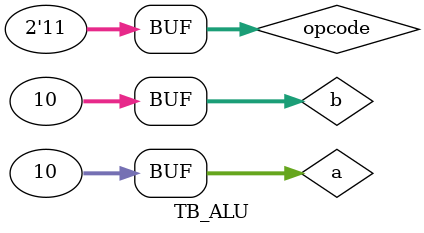
<source format=sv>
module TB_ALU;
	
	localparam N = 32;
	logic [N-1:0] result;
	logic [1:0] opcode;
	logic [N-1:0] a;
	logic [N-1:0] b;
	logic [3:0] ALUFlags;
	
	ALU #(.N(N)) alu_unit (
		.opcode_i(opcode),
		.a_i(a),
		.b_i(b),
		.result_o(result),
		.ALUFlags(ALUFlags)
	);
	
	initial begin
		// Incialización de variables
		opcode = 2'b00;
		a = 32'd1;
		b = 32'd10;
		#10;
		opcode = 2'b01;
		a = 32'd10;
		#10;
		opcode = 2'b10;
		#10;
		opcode = 2'b11;
		#10;
	end
endmodule
</source>
